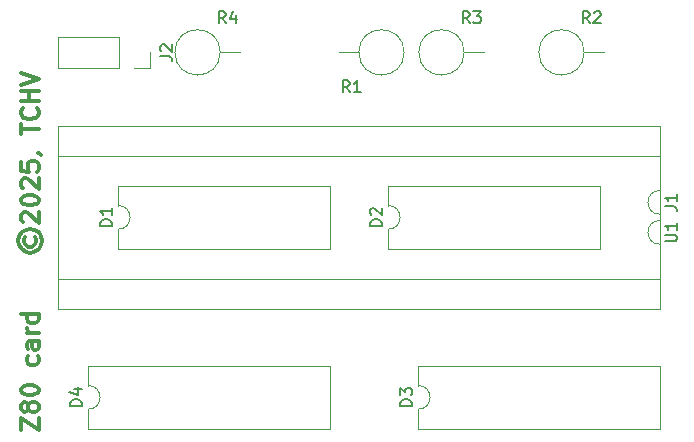
<source format=gbr>
%TF.GenerationSoftware,KiCad,Pcbnew,9.0.1*%
%TF.CreationDate,2025-04-10T22:20:43+03:00*%
%TF.ProjectId,Z80_card,5a38305f-6361-4726-942e-6b696361645f,rev?*%
%TF.SameCoordinates,Original*%
%TF.FileFunction,Legend,Top*%
%TF.FilePolarity,Positive*%
%FSLAX46Y46*%
G04 Gerber Fmt 4.6, Leading zero omitted, Abs format (unit mm)*
G04 Created by KiCad (PCBNEW 9.0.1) date 2025-04-10 22:20:43*
%MOMM*%
%LPD*%
G01*
G04 APERTURE LIST*
%ADD10C,0.300000*%
%ADD11C,0.150000*%
%ADD12C,0.120000*%
G04 APERTURE END LIST*
D10*
X46300828Y-72588346D02*
X46300828Y-71588346D01*
X46300828Y-71588346D02*
X47800828Y-72588346D01*
X47800828Y-72588346D02*
X47800828Y-71588346D01*
X46943685Y-70802632D02*
X46872257Y-70945489D01*
X46872257Y-70945489D02*
X46800828Y-71016918D01*
X46800828Y-71016918D02*
X46657971Y-71088346D01*
X46657971Y-71088346D02*
X46586542Y-71088346D01*
X46586542Y-71088346D02*
X46443685Y-71016918D01*
X46443685Y-71016918D02*
X46372257Y-70945489D01*
X46372257Y-70945489D02*
X46300828Y-70802632D01*
X46300828Y-70802632D02*
X46300828Y-70516918D01*
X46300828Y-70516918D02*
X46372257Y-70374061D01*
X46372257Y-70374061D02*
X46443685Y-70302632D01*
X46443685Y-70302632D02*
X46586542Y-70231203D01*
X46586542Y-70231203D02*
X46657971Y-70231203D01*
X46657971Y-70231203D02*
X46800828Y-70302632D01*
X46800828Y-70302632D02*
X46872257Y-70374061D01*
X46872257Y-70374061D02*
X46943685Y-70516918D01*
X46943685Y-70516918D02*
X46943685Y-70802632D01*
X46943685Y-70802632D02*
X47015114Y-70945489D01*
X47015114Y-70945489D02*
X47086542Y-71016918D01*
X47086542Y-71016918D02*
X47229400Y-71088346D01*
X47229400Y-71088346D02*
X47515114Y-71088346D01*
X47515114Y-71088346D02*
X47657971Y-71016918D01*
X47657971Y-71016918D02*
X47729400Y-70945489D01*
X47729400Y-70945489D02*
X47800828Y-70802632D01*
X47800828Y-70802632D02*
X47800828Y-70516918D01*
X47800828Y-70516918D02*
X47729400Y-70374061D01*
X47729400Y-70374061D02*
X47657971Y-70302632D01*
X47657971Y-70302632D02*
X47515114Y-70231203D01*
X47515114Y-70231203D02*
X47229400Y-70231203D01*
X47229400Y-70231203D02*
X47086542Y-70302632D01*
X47086542Y-70302632D02*
X47015114Y-70374061D01*
X47015114Y-70374061D02*
X46943685Y-70516918D01*
X46300828Y-69302632D02*
X46300828Y-69159775D01*
X46300828Y-69159775D02*
X46372257Y-69016918D01*
X46372257Y-69016918D02*
X46443685Y-68945490D01*
X46443685Y-68945490D02*
X46586542Y-68874061D01*
X46586542Y-68874061D02*
X46872257Y-68802632D01*
X46872257Y-68802632D02*
X47229400Y-68802632D01*
X47229400Y-68802632D02*
X47515114Y-68874061D01*
X47515114Y-68874061D02*
X47657971Y-68945490D01*
X47657971Y-68945490D02*
X47729400Y-69016918D01*
X47729400Y-69016918D02*
X47800828Y-69159775D01*
X47800828Y-69159775D02*
X47800828Y-69302632D01*
X47800828Y-69302632D02*
X47729400Y-69445490D01*
X47729400Y-69445490D02*
X47657971Y-69516918D01*
X47657971Y-69516918D02*
X47515114Y-69588347D01*
X47515114Y-69588347D02*
X47229400Y-69659775D01*
X47229400Y-69659775D02*
X46872257Y-69659775D01*
X46872257Y-69659775D02*
X46586542Y-69588347D01*
X46586542Y-69588347D02*
X46443685Y-69516918D01*
X46443685Y-69516918D02*
X46372257Y-69445490D01*
X46372257Y-69445490D02*
X46300828Y-69302632D01*
X47729400Y-66374062D02*
X47800828Y-66516919D01*
X47800828Y-66516919D02*
X47800828Y-66802633D01*
X47800828Y-66802633D02*
X47729400Y-66945490D01*
X47729400Y-66945490D02*
X47657971Y-67016919D01*
X47657971Y-67016919D02*
X47515114Y-67088347D01*
X47515114Y-67088347D02*
X47086542Y-67088347D01*
X47086542Y-67088347D02*
X46943685Y-67016919D01*
X46943685Y-67016919D02*
X46872257Y-66945490D01*
X46872257Y-66945490D02*
X46800828Y-66802633D01*
X46800828Y-66802633D02*
X46800828Y-66516919D01*
X46800828Y-66516919D02*
X46872257Y-66374062D01*
X47800828Y-65088348D02*
X47015114Y-65088348D01*
X47015114Y-65088348D02*
X46872257Y-65159776D01*
X46872257Y-65159776D02*
X46800828Y-65302633D01*
X46800828Y-65302633D02*
X46800828Y-65588348D01*
X46800828Y-65588348D02*
X46872257Y-65731205D01*
X47729400Y-65088348D02*
X47800828Y-65231205D01*
X47800828Y-65231205D02*
X47800828Y-65588348D01*
X47800828Y-65588348D02*
X47729400Y-65731205D01*
X47729400Y-65731205D02*
X47586542Y-65802633D01*
X47586542Y-65802633D02*
X47443685Y-65802633D01*
X47443685Y-65802633D02*
X47300828Y-65731205D01*
X47300828Y-65731205D02*
X47229400Y-65588348D01*
X47229400Y-65588348D02*
X47229400Y-65231205D01*
X47229400Y-65231205D02*
X47157971Y-65088348D01*
X47800828Y-64374062D02*
X46800828Y-64374062D01*
X47086542Y-64374062D02*
X46943685Y-64302633D01*
X46943685Y-64302633D02*
X46872257Y-64231205D01*
X46872257Y-64231205D02*
X46800828Y-64088347D01*
X46800828Y-64088347D02*
X46800828Y-63945490D01*
X47800828Y-62802634D02*
X46300828Y-62802634D01*
X47729400Y-62802634D02*
X47800828Y-62945491D01*
X47800828Y-62945491D02*
X47800828Y-63231205D01*
X47800828Y-63231205D02*
X47729400Y-63374062D01*
X47729400Y-63374062D02*
X47657971Y-63445491D01*
X47657971Y-63445491D02*
X47515114Y-63516919D01*
X47515114Y-63516919D02*
X47086542Y-63516919D01*
X47086542Y-63516919D02*
X46943685Y-63445491D01*
X46943685Y-63445491D02*
X46872257Y-63374062D01*
X46872257Y-63374062D02*
X46800828Y-63231205D01*
X46800828Y-63231205D02*
X46800828Y-62945491D01*
X46800828Y-62945491D02*
X46872257Y-62802634D01*
X46657971Y-56302634D02*
X46586542Y-56445491D01*
X46586542Y-56445491D02*
X46586542Y-56731205D01*
X46586542Y-56731205D02*
X46657971Y-56874063D01*
X46657971Y-56874063D02*
X46800828Y-57016920D01*
X46800828Y-57016920D02*
X46943685Y-57088348D01*
X46943685Y-57088348D02*
X47229400Y-57088348D01*
X47229400Y-57088348D02*
X47372257Y-57016920D01*
X47372257Y-57016920D02*
X47515114Y-56874063D01*
X47515114Y-56874063D02*
X47586542Y-56731205D01*
X47586542Y-56731205D02*
X47586542Y-56445491D01*
X47586542Y-56445491D02*
X47515114Y-56302634D01*
X46086542Y-56588348D02*
X46157971Y-56945491D01*
X46157971Y-56945491D02*
X46372257Y-57302634D01*
X46372257Y-57302634D02*
X46729400Y-57516920D01*
X46729400Y-57516920D02*
X47086542Y-57588348D01*
X47086542Y-57588348D02*
X47443685Y-57516920D01*
X47443685Y-57516920D02*
X47800828Y-57302634D01*
X47800828Y-57302634D02*
X48015114Y-56945491D01*
X48015114Y-56945491D02*
X48086542Y-56588348D01*
X48086542Y-56588348D02*
X48015114Y-56231205D01*
X48015114Y-56231205D02*
X47800828Y-55874063D01*
X47800828Y-55874063D02*
X47443685Y-55659777D01*
X47443685Y-55659777D02*
X47086542Y-55588348D01*
X47086542Y-55588348D02*
X46729400Y-55659777D01*
X46729400Y-55659777D02*
X46372257Y-55874063D01*
X46372257Y-55874063D02*
X46157971Y-56231205D01*
X46157971Y-56231205D02*
X46086542Y-56588348D01*
X46443685Y-55016919D02*
X46372257Y-54945491D01*
X46372257Y-54945491D02*
X46300828Y-54802634D01*
X46300828Y-54802634D02*
X46300828Y-54445491D01*
X46300828Y-54445491D02*
X46372257Y-54302634D01*
X46372257Y-54302634D02*
X46443685Y-54231205D01*
X46443685Y-54231205D02*
X46586542Y-54159776D01*
X46586542Y-54159776D02*
X46729400Y-54159776D01*
X46729400Y-54159776D02*
X46943685Y-54231205D01*
X46943685Y-54231205D02*
X47800828Y-55088348D01*
X47800828Y-55088348D02*
X47800828Y-54159776D01*
X46300828Y-53231205D02*
X46300828Y-53088348D01*
X46300828Y-53088348D02*
X46372257Y-52945491D01*
X46372257Y-52945491D02*
X46443685Y-52874063D01*
X46443685Y-52874063D02*
X46586542Y-52802634D01*
X46586542Y-52802634D02*
X46872257Y-52731205D01*
X46872257Y-52731205D02*
X47229400Y-52731205D01*
X47229400Y-52731205D02*
X47515114Y-52802634D01*
X47515114Y-52802634D02*
X47657971Y-52874063D01*
X47657971Y-52874063D02*
X47729400Y-52945491D01*
X47729400Y-52945491D02*
X47800828Y-53088348D01*
X47800828Y-53088348D02*
X47800828Y-53231205D01*
X47800828Y-53231205D02*
X47729400Y-53374063D01*
X47729400Y-53374063D02*
X47657971Y-53445491D01*
X47657971Y-53445491D02*
X47515114Y-53516920D01*
X47515114Y-53516920D02*
X47229400Y-53588348D01*
X47229400Y-53588348D02*
X46872257Y-53588348D01*
X46872257Y-53588348D02*
X46586542Y-53516920D01*
X46586542Y-53516920D02*
X46443685Y-53445491D01*
X46443685Y-53445491D02*
X46372257Y-53374063D01*
X46372257Y-53374063D02*
X46300828Y-53231205D01*
X46443685Y-52159777D02*
X46372257Y-52088349D01*
X46372257Y-52088349D02*
X46300828Y-51945492D01*
X46300828Y-51945492D02*
X46300828Y-51588349D01*
X46300828Y-51588349D02*
X46372257Y-51445492D01*
X46372257Y-51445492D02*
X46443685Y-51374063D01*
X46443685Y-51374063D02*
X46586542Y-51302634D01*
X46586542Y-51302634D02*
X46729400Y-51302634D01*
X46729400Y-51302634D02*
X46943685Y-51374063D01*
X46943685Y-51374063D02*
X47800828Y-52231206D01*
X47800828Y-52231206D02*
X47800828Y-51302634D01*
X46300828Y-49945492D02*
X46300828Y-50659778D01*
X46300828Y-50659778D02*
X47015114Y-50731206D01*
X47015114Y-50731206D02*
X46943685Y-50659778D01*
X46943685Y-50659778D02*
X46872257Y-50516921D01*
X46872257Y-50516921D02*
X46872257Y-50159778D01*
X46872257Y-50159778D02*
X46943685Y-50016921D01*
X46943685Y-50016921D02*
X47015114Y-49945492D01*
X47015114Y-49945492D02*
X47157971Y-49874063D01*
X47157971Y-49874063D02*
X47515114Y-49874063D01*
X47515114Y-49874063D02*
X47657971Y-49945492D01*
X47657971Y-49945492D02*
X47729400Y-50016921D01*
X47729400Y-50016921D02*
X47800828Y-50159778D01*
X47800828Y-50159778D02*
X47800828Y-50516921D01*
X47800828Y-50516921D02*
X47729400Y-50659778D01*
X47729400Y-50659778D02*
X47657971Y-50731206D01*
X47729400Y-49159778D02*
X47800828Y-49159778D01*
X47800828Y-49159778D02*
X47943685Y-49231207D01*
X47943685Y-49231207D02*
X48015114Y-49302635D01*
X46300828Y-47588349D02*
X46300828Y-46731207D01*
X47800828Y-47159778D02*
X46300828Y-47159778D01*
X47657971Y-45374064D02*
X47729400Y-45445492D01*
X47729400Y-45445492D02*
X47800828Y-45659778D01*
X47800828Y-45659778D02*
X47800828Y-45802635D01*
X47800828Y-45802635D02*
X47729400Y-46016921D01*
X47729400Y-46016921D02*
X47586542Y-46159778D01*
X47586542Y-46159778D02*
X47443685Y-46231207D01*
X47443685Y-46231207D02*
X47157971Y-46302635D01*
X47157971Y-46302635D02*
X46943685Y-46302635D01*
X46943685Y-46302635D02*
X46657971Y-46231207D01*
X46657971Y-46231207D02*
X46515114Y-46159778D01*
X46515114Y-46159778D02*
X46372257Y-46016921D01*
X46372257Y-46016921D02*
X46300828Y-45802635D01*
X46300828Y-45802635D02*
X46300828Y-45659778D01*
X46300828Y-45659778D02*
X46372257Y-45445492D01*
X46372257Y-45445492D02*
X46443685Y-45374064D01*
X47800828Y-44731207D02*
X46300828Y-44731207D01*
X47015114Y-44731207D02*
X47015114Y-43874064D01*
X47800828Y-43874064D02*
X46300828Y-43874064D01*
X46300828Y-43374063D02*
X47800828Y-42874063D01*
X47800828Y-42874063D02*
X46300828Y-42374063D01*
D11*
X54004819Y-55348094D02*
X53004819Y-55348094D01*
X53004819Y-55348094D02*
X53004819Y-55109999D01*
X53004819Y-55109999D02*
X53052438Y-54967142D01*
X53052438Y-54967142D02*
X53147676Y-54871904D01*
X53147676Y-54871904D02*
X53242914Y-54824285D01*
X53242914Y-54824285D02*
X53433390Y-54776666D01*
X53433390Y-54776666D02*
X53576247Y-54776666D01*
X53576247Y-54776666D02*
X53766723Y-54824285D01*
X53766723Y-54824285D02*
X53861961Y-54871904D01*
X53861961Y-54871904D02*
X53957200Y-54967142D01*
X53957200Y-54967142D02*
X54004819Y-55109999D01*
X54004819Y-55109999D02*
X54004819Y-55348094D01*
X54004819Y-53824285D02*
X54004819Y-54395713D01*
X54004819Y-54109999D02*
X53004819Y-54109999D01*
X53004819Y-54109999D02*
X53147676Y-54205237D01*
X53147676Y-54205237D02*
X53242914Y-54300475D01*
X53242914Y-54300475D02*
X53290533Y-54395713D01*
X51464819Y-70588094D02*
X50464819Y-70588094D01*
X50464819Y-70588094D02*
X50464819Y-70349999D01*
X50464819Y-70349999D02*
X50512438Y-70207142D01*
X50512438Y-70207142D02*
X50607676Y-70111904D01*
X50607676Y-70111904D02*
X50702914Y-70064285D01*
X50702914Y-70064285D02*
X50893390Y-70016666D01*
X50893390Y-70016666D02*
X51036247Y-70016666D01*
X51036247Y-70016666D02*
X51226723Y-70064285D01*
X51226723Y-70064285D02*
X51321961Y-70111904D01*
X51321961Y-70111904D02*
X51417200Y-70207142D01*
X51417200Y-70207142D02*
X51464819Y-70349999D01*
X51464819Y-70349999D02*
X51464819Y-70588094D01*
X50798152Y-69159523D02*
X51464819Y-69159523D01*
X50417200Y-69397618D02*
X51131485Y-69635713D01*
X51131485Y-69635713D02*
X51131485Y-69016666D01*
X58104819Y-40973333D02*
X58819104Y-40973333D01*
X58819104Y-40973333D02*
X58961961Y-41020952D01*
X58961961Y-41020952D02*
X59057200Y-41116190D01*
X59057200Y-41116190D02*
X59104819Y-41259047D01*
X59104819Y-41259047D02*
X59104819Y-41354285D01*
X58200057Y-40544761D02*
X58152438Y-40497142D01*
X58152438Y-40497142D02*
X58104819Y-40401904D01*
X58104819Y-40401904D02*
X58104819Y-40163809D01*
X58104819Y-40163809D02*
X58152438Y-40068571D01*
X58152438Y-40068571D02*
X58200057Y-40020952D01*
X58200057Y-40020952D02*
X58295295Y-39973333D01*
X58295295Y-39973333D02*
X58390533Y-39973333D01*
X58390533Y-39973333D02*
X58533390Y-40020952D01*
X58533390Y-40020952D02*
X59104819Y-40592380D01*
X59104819Y-40592380D02*
X59104819Y-39973333D01*
X79404819Y-70588094D02*
X78404819Y-70588094D01*
X78404819Y-70588094D02*
X78404819Y-70349999D01*
X78404819Y-70349999D02*
X78452438Y-70207142D01*
X78452438Y-70207142D02*
X78547676Y-70111904D01*
X78547676Y-70111904D02*
X78642914Y-70064285D01*
X78642914Y-70064285D02*
X78833390Y-70016666D01*
X78833390Y-70016666D02*
X78976247Y-70016666D01*
X78976247Y-70016666D02*
X79166723Y-70064285D01*
X79166723Y-70064285D02*
X79261961Y-70111904D01*
X79261961Y-70111904D02*
X79357200Y-70207142D01*
X79357200Y-70207142D02*
X79404819Y-70349999D01*
X79404819Y-70349999D02*
X79404819Y-70588094D01*
X78404819Y-69683332D02*
X78404819Y-69064285D01*
X78404819Y-69064285D02*
X78785771Y-69397618D01*
X78785771Y-69397618D02*
X78785771Y-69254761D01*
X78785771Y-69254761D02*
X78833390Y-69159523D01*
X78833390Y-69159523D02*
X78881009Y-69111904D01*
X78881009Y-69111904D02*
X78976247Y-69064285D01*
X78976247Y-69064285D02*
X79214342Y-69064285D01*
X79214342Y-69064285D02*
X79309580Y-69111904D01*
X79309580Y-69111904D02*
X79357200Y-69159523D01*
X79357200Y-69159523D02*
X79404819Y-69254761D01*
X79404819Y-69254761D02*
X79404819Y-69540475D01*
X79404819Y-69540475D02*
X79357200Y-69635713D01*
X79357200Y-69635713D02*
X79309580Y-69683332D01*
X94448333Y-38174819D02*
X94115000Y-37698628D01*
X93876905Y-38174819D02*
X93876905Y-37174819D01*
X93876905Y-37174819D02*
X94257857Y-37174819D01*
X94257857Y-37174819D02*
X94353095Y-37222438D01*
X94353095Y-37222438D02*
X94400714Y-37270057D01*
X94400714Y-37270057D02*
X94448333Y-37365295D01*
X94448333Y-37365295D02*
X94448333Y-37508152D01*
X94448333Y-37508152D02*
X94400714Y-37603390D01*
X94400714Y-37603390D02*
X94353095Y-37651009D01*
X94353095Y-37651009D02*
X94257857Y-37698628D01*
X94257857Y-37698628D02*
X93876905Y-37698628D01*
X94829286Y-37270057D02*
X94876905Y-37222438D01*
X94876905Y-37222438D02*
X94972143Y-37174819D01*
X94972143Y-37174819D02*
X95210238Y-37174819D01*
X95210238Y-37174819D02*
X95305476Y-37222438D01*
X95305476Y-37222438D02*
X95353095Y-37270057D01*
X95353095Y-37270057D02*
X95400714Y-37365295D01*
X95400714Y-37365295D02*
X95400714Y-37460533D01*
X95400714Y-37460533D02*
X95353095Y-37603390D01*
X95353095Y-37603390D02*
X94781667Y-38174819D01*
X94781667Y-38174819D02*
X95400714Y-38174819D01*
X74128333Y-44014819D02*
X73795000Y-43538628D01*
X73556905Y-44014819D02*
X73556905Y-43014819D01*
X73556905Y-43014819D02*
X73937857Y-43014819D01*
X73937857Y-43014819D02*
X74033095Y-43062438D01*
X74033095Y-43062438D02*
X74080714Y-43110057D01*
X74080714Y-43110057D02*
X74128333Y-43205295D01*
X74128333Y-43205295D02*
X74128333Y-43348152D01*
X74128333Y-43348152D02*
X74080714Y-43443390D01*
X74080714Y-43443390D02*
X74033095Y-43491009D01*
X74033095Y-43491009D02*
X73937857Y-43538628D01*
X73937857Y-43538628D02*
X73556905Y-43538628D01*
X75080714Y-44014819D02*
X74509286Y-44014819D01*
X74795000Y-44014819D02*
X74795000Y-43014819D01*
X74795000Y-43014819D02*
X74699762Y-43157676D01*
X74699762Y-43157676D02*
X74604524Y-43252914D01*
X74604524Y-43252914D02*
X74509286Y-43300533D01*
X84288333Y-38174819D02*
X83955000Y-37698628D01*
X83716905Y-38174819D02*
X83716905Y-37174819D01*
X83716905Y-37174819D02*
X84097857Y-37174819D01*
X84097857Y-37174819D02*
X84193095Y-37222438D01*
X84193095Y-37222438D02*
X84240714Y-37270057D01*
X84240714Y-37270057D02*
X84288333Y-37365295D01*
X84288333Y-37365295D02*
X84288333Y-37508152D01*
X84288333Y-37508152D02*
X84240714Y-37603390D01*
X84240714Y-37603390D02*
X84193095Y-37651009D01*
X84193095Y-37651009D02*
X84097857Y-37698628D01*
X84097857Y-37698628D02*
X83716905Y-37698628D01*
X84621667Y-37174819D02*
X85240714Y-37174819D01*
X85240714Y-37174819D02*
X84907381Y-37555771D01*
X84907381Y-37555771D02*
X85050238Y-37555771D01*
X85050238Y-37555771D02*
X85145476Y-37603390D01*
X85145476Y-37603390D02*
X85193095Y-37651009D01*
X85193095Y-37651009D02*
X85240714Y-37746247D01*
X85240714Y-37746247D02*
X85240714Y-37984342D01*
X85240714Y-37984342D02*
X85193095Y-38079580D01*
X85193095Y-38079580D02*
X85145476Y-38127200D01*
X85145476Y-38127200D02*
X85050238Y-38174819D01*
X85050238Y-38174819D02*
X84764524Y-38174819D01*
X84764524Y-38174819D02*
X84669286Y-38127200D01*
X84669286Y-38127200D02*
X84621667Y-38079580D01*
X100844819Y-53673333D02*
X101559104Y-53673333D01*
X101559104Y-53673333D02*
X101701961Y-53720952D01*
X101701961Y-53720952D02*
X101797200Y-53816190D01*
X101797200Y-53816190D02*
X101844819Y-53959047D01*
X101844819Y-53959047D02*
X101844819Y-54054285D01*
X101844819Y-52673333D02*
X101844819Y-53244761D01*
X101844819Y-52959047D02*
X100844819Y-52959047D01*
X100844819Y-52959047D02*
X100987676Y-53054285D01*
X100987676Y-53054285D02*
X101082914Y-53149523D01*
X101082914Y-53149523D02*
X101130533Y-53244761D01*
X63633333Y-38174819D02*
X63300000Y-37698628D01*
X63061905Y-38174819D02*
X63061905Y-37174819D01*
X63061905Y-37174819D02*
X63442857Y-37174819D01*
X63442857Y-37174819D02*
X63538095Y-37222438D01*
X63538095Y-37222438D02*
X63585714Y-37270057D01*
X63585714Y-37270057D02*
X63633333Y-37365295D01*
X63633333Y-37365295D02*
X63633333Y-37508152D01*
X63633333Y-37508152D02*
X63585714Y-37603390D01*
X63585714Y-37603390D02*
X63538095Y-37651009D01*
X63538095Y-37651009D02*
X63442857Y-37698628D01*
X63442857Y-37698628D02*
X63061905Y-37698628D01*
X64490476Y-37508152D02*
X64490476Y-38174819D01*
X64252381Y-37127200D02*
X64014286Y-37841485D01*
X64014286Y-37841485D02*
X64633333Y-37841485D01*
X100844819Y-56641904D02*
X101654342Y-56641904D01*
X101654342Y-56641904D02*
X101749580Y-56594285D01*
X101749580Y-56594285D02*
X101797200Y-56546666D01*
X101797200Y-56546666D02*
X101844819Y-56451428D01*
X101844819Y-56451428D02*
X101844819Y-56260952D01*
X101844819Y-56260952D02*
X101797200Y-56165714D01*
X101797200Y-56165714D02*
X101749580Y-56118095D01*
X101749580Y-56118095D02*
X101654342Y-56070476D01*
X101654342Y-56070476D02*
X100844819Y-56070476D01*
X101844819Y-55070476D02*
X101844819Y-55641904D01*
X101844819Y-55356190D02*
X100844819Y-55356190D01*
X100844819Y-55356190D02*
X100987676Y-55451428D01*
X100987676Y-55451428D02*
X101082914Y-55546666D01*
X101082914Y-55546666D02*
X101130533Y-55641904D01*
X76864819Y-55348094D02*
X75864819Y-55348094D01*
X75864819Y-55348094D02*
X75864819Y-55109999D01*
X75864819Y-55109999D02*
X75912438Y-54967142D01*
X75912438Y-54967142D02*
X76007676Y-54871904D01*
X76007676Y-54871904D02*
X76102914Y-54824285D01*
X76102914Y-54824285D02*
X76293390Y-54776666D01*
X76293390Y-54776666D02*
X76436247Y-54776666D01*
X76436247Y-54776666D02*
X76626723Y-54824285D01*
X76626723Y-54824285D02*
X76721961Y-54871904D01*
X76721961Y-54871904D02*
X76817200Y-54967142D01*
X76817200Y-54967142D02*
X76864819Y-55109999D01*
X76864819Y-55109999D02*
X76864819Y-55348094D01*
X75960057Y-54395713D02*
X75912438Y-54348094D01*
X75912438Y-54348094D02*
X75864819Y-54252856D01*
X75864819Y-54252856D02*
X75864819Y-54014761D01*
X75864819Y-54014761D02*
X75912438Y-53919523D01*
X75912438Y-53919523D02*
X75960057Y-53871904D01*
X75960057Y-53871904D02*
X76055295Y-53824285D01*
X76055295Y-53824285D02*
X76150533Y-53824285D01*
X76150533Y-53824285D02*
X76293390Y-53871904D01*
X76293390Y-53871904D02*
X76864819Y-54443332D01*
X76864819Y-54443332D02*
X76864819Y-53824285D01*
D12*
%TO.C,D1*%
X54550000Y-51960000D02*
X54550000Y-53610000D01*
X54550000Y-55610000D02*
X54550000Y-57260000D01*
X54550000Y-57260000D02*
X72450000Y-57260000D01*
X72450000Y-51960000D02*
X54550000Y-51960000D01*
X72450000Y-57260000D02*
X72450000Y-51960000D01*
X54550000Y-53610000D02*
G75*
G02*
X54550000Y-55610000I0J-1000000D01*
G01*
%TO.C,D4*%
X52010000Y-67200000D02*
X52010000Y-68850000D01*
X52010000Y-70850000D02*
X52010000Y-72500000D01*
X52010000Y-72500000D02*
X72450000Y-72500000D01*
X72450000Y-67200000D02*
X52010000Y-67200000D01*
X72450000Y-72500000D02*
X72450000Y-67200000D01*
X52010000Y-68850000D02*
G75*
G02*
X52010000Y-70850000I0J-1000000D01*
G01*
%TO.C,J2*%
X49470000Y-39310000D02*
X49470000Y-41970000D01*
X54610000Y-39310000D02*
X49470000Y-39310000D01*
X54610000Y-39310000D02*
X54610000Y-41970000D01*
X54610000Y-41970000D02*
X49470000Y-41970000D01*
X57210000Y-40640000D02*
X57210000Y-41970000D01*
X57210000Y-41970000D02*
X55880000Y-41970000D01*
%TO.C,D3*%
X79950000Y-67200000D02*
X79950000Y-68850000D01*
X79950000Y-70850000D02*
X79950000Y-72500000D01*
X79950000Y-72500000D02*
X100390000Y-72500000D01*
X100390000Y-67200000D02*
X79950000Y-67200000D01*
X100390000Y-72500000D02*
X100390000Y-67200000D01*
X79950000Y-68850000D02*
G75*
G02*
X79950000Y-70850000I0J-1000000D01*
G01*
%TO.C,R2*%
X93995000Y-40640000D02*
X95655000Y-40640000D01*
X93995000Y-40640000D02*
G75*
G02*
X90155000Y-40640000I-1920000J0D01*
G01*
X90155000Y-40640000D02*
G75*
G02*
X93995000Y-40640000I1920000J0D01*
G01*
%TO.C,R1*%
X74915000Y-40640000D02*
X73255000Y-40640000D01*
X78755000Y-40640000D02*
G75*
G02*
X74915000Y-40640000I-1920000J0D01*
G01*
X74915000Y-40640000D02*
G75*
G02*
X78755000Y-40640000I1920000J0D01*
G01*
%TO.C,R3*%
X83835000Y-40640000D02*
X85495000Y-40640000D01*
X83835000Y-40640000D02*
G75*
G02*
X79995000Y-40640000I-1920000J0D01*
G01*
X79995000Y-40640000D02*
G75*
G02*
X83835000Y-40640000I1920000J0D01*
G01*
%TO.C,J1*%
X49470000Y-46880000D02*
X49470000Y-59800000D01*
X49470000Y-59800000D02*
X100390000Y-59800000D01*
X100390000Y-46880000D02*
X49470000Y-46880000D01*
X100390000Y-52340000D02*
X100390000Y-46880000D01*
X100390000Y-59800000D02*
X100390000Y-54340000D01*
X100390000Y-54340000D02*
G75*
G02*
X100390000Y-52340000I0J1000000D01*
G01*
%TO.C,R4*%
X63180000Y-40640000D02*
X64840000Y-40640000D01*
X63180000Y-40640000D02*
G75*
G02*
X59340000Y-40640000I-1920000J0D01*
G01*
X59340000Y-40640000D02*
G75*
G02*
X63180000Y-40640000I1920000J0D01*
G01*
%TO.C,U1*%
X49470000Y-49420000D02*
X49470000Y-62340000D01*
X49470000Y-62340000D02*
X100390000Y-62340000D01*
X100390000Y-49420000D02*
X49470000Y-49420000D01*
X100390000Y-54880000D02*
X100390000Y-49420000D01*
X100390000Y-62340000D02*
X100390000Y-56880000D01*
X100390000Y-56880000D02*
G75*
G02*
X100390000Y-54880000I0J1000000D01*
G01*
%TO.C,D2*%
X77410000Y-51960000D02*
X77410000Y-53610000D01*
X77410000Y-55610000D02*
X77410000Y-57260000D01*
X77410000Y-57260000D02*
X95310000Y-57260000D01*
X95310000Y-51960000D02*
X77410000Y-51960000D01*
X95310000Y-57260000D02*
X95310000Y-51960000D01*
X77410000Y-53610000D02*
G75*
G02*
X77410000Y-55610000I0J-1000000D01*
G01*
%TD*%
M02*

</source>
